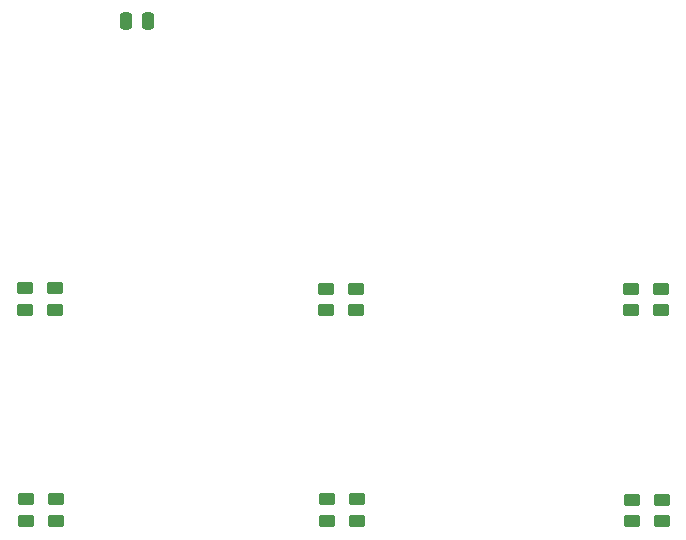
<source format=gbr>
%TF.GenerationSoftware,KiCad,Pcbnew,6.0.7-f9a2dced07~116~ubuntu20.04.1*%
%TF.CreationDate,2022-10-31T15:29:47+01:00*%
%TF.ProjectId,av_citynode_hw,61765f63-6974-4796-9e6f-64655f68772e,rev?*%
%TF.SameCoordinates,Original*%
%TF.FileFunction,Paste,Bot*%
%TF.FilePolarity,Positive*%
%FSLAX46Y46*%
G04 Gerber Fmt 4.6, Leading zero omitted, Abs format (unit mm)*
G04 Created by KiCad (PCBNEW 6.0.7-f9a2dced07~116~ubuntu20.04.1) date 2022-10-31 15:29:47*
%MOMM*%
%LPD*%
G01*
G04 APERTURE LIST*
G04 Aperture macros list*
%AMRoundRect*
0 Rectangle with rounded corners*
0 $1 Rounding radius*
0 $2 $3 $4 $5 $6 $7 $8 $9 X,Y pos of 4 corners*
0 Add a 4 corners polygon primitive as box body*
4,1,4,$2,$3,$4,$5,$6,$7,$8,$9,$2,$3,0*
0 Add four circle primitives for the rounded corners*
1,1,$1+$1,$2,$3*
1,1,$1+$1,$4,$5*
1,1,$1+$1,$6,$7*
1,1,$1+$1,$8,$9*
0 Add four rect primitives between the rounded corners*
20,1,$1+$1,$2,$3,$4,$5,0*
20,1,$1+$1,$4,$5,$6,$7,0*
20,1,$1+$1,$6,$7,$8,$9,0*
20,1,$1+$1,$8,$9,$2,$3,0*%
G04 Aperture macros list end*
%ADD10RoundRect,0.250000X-0.450000X0.262500X-0.450000X-0.262500X0.450000X-0.262500X0.450000X0.262500X0*%
%ADD11RoundRect,0.250000X-0.250000X-0.475000X0.250000X-0.475000X0.250000X0.475000X-0.250000X0.475000X0*%
G04 APERTURE END LIST*
D10*
%TO.C,R1*%
X242054500Y126633000D03*
X242054500Y124808000D03*
%TD*%
%TO.C,R2*%
X239608500Y108784000D03*
X239608500Y106959000D03*
%TD*%
%TO.C,R1*%
X267900500Y126622000D03*
X267900500Y124797000D03*
%TD*%
%TO.C,R1*%
X267994500Y108773000D03*
X267994500Y106948000D03*
%TD*%
%TO.C,R1*%
X216662000Y108797500D03*
X216662000Y106972500D03*
%TD*%
%TO.C,R2*%
X265360500Y126622000D03*
X265360500Y124797000D03*
%TD*%
%TO.C,R2*%
X239514500Y126633000D03*
X239514500Y124808000D03*
%TD*%
D11*
%TO.C,C14*%
X224482000Y149286000D03*
X222582000Y149286000D03*
%TD*%
D10*
%TO.C,R1*%
X216568000Y126646500D03*
X216568000Y124821500D03*
%TD*%
%TO.C,R2*%
X265454500Y108773000D03*
X265454500Y106948000D03*
%TD*%
%TO.C,R1*%
X242148500Y108784000D03*
X242148500Y106959000D03*
%TD*%
%TO.C,R2*%
X214028000Y126646500D03*
X214028000Y124821500D03*
%TD*%
%TO.C,R2*%
X214122000Y108797500D03*
X214122000Y106972500D03*
%TD*%
M02*

</source>
